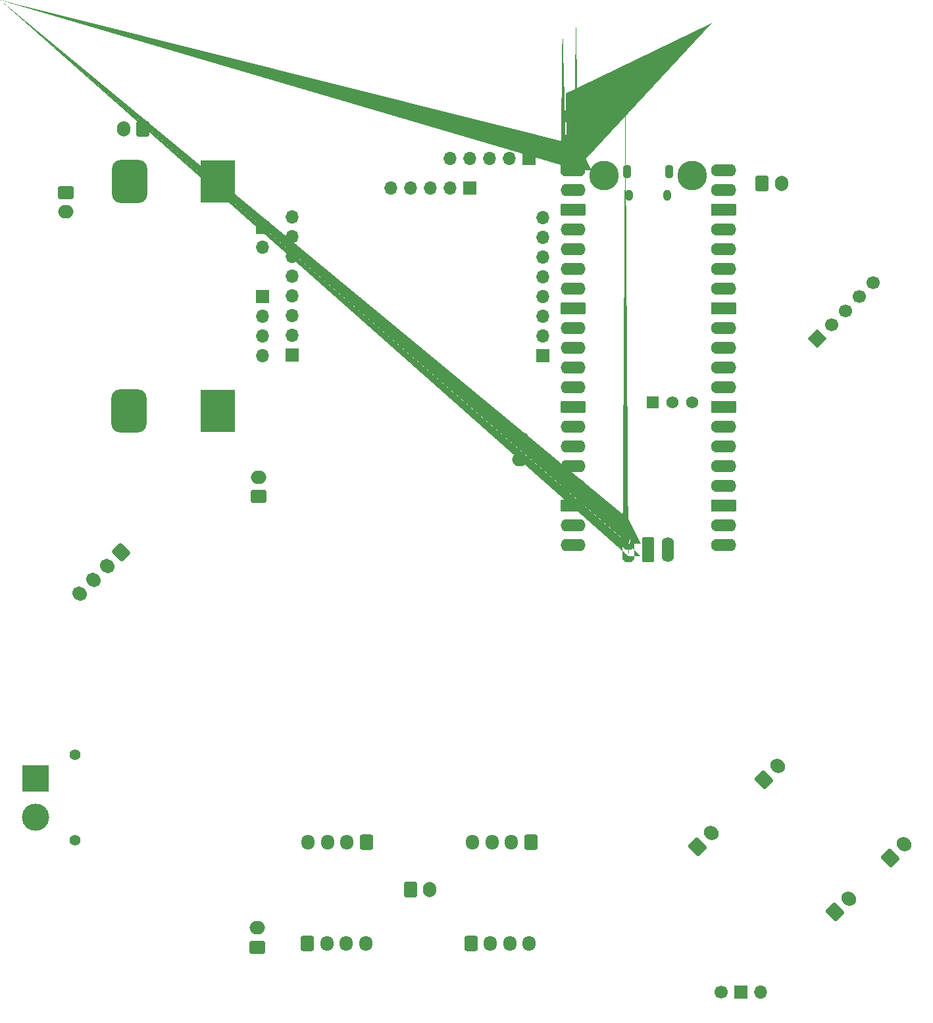
<source format=gts>
%TF.GenerationSoftware,KiCad,Pcbnew,7.0.10*%
%TF.CreationDate,2024-01-30T15:13:43+08:00*%
%TF.ProjectId,top-rounded,746f702d-726f-4756-9e64-65642e6b6963,rev?*%
%TF.SameCoordinates,Original*%
%TF.FileFunction,Soldermask,Top*%
%TF.FilePolarity,Negative*%
%FSLAX46Y46*%
G04 Gerber Fmt 4.6, Leading zero omitted, Abs format (unit mm)*
G04 Created by KiCad (PCBNEW 7.0.10) date 2024-01-30 15:13:43*
%MOMM*%
%LPD*%
G01*
G04 APERTURE LIST*
G04 Aperture macros list*
%AMRoundRect*
0 Rectangle with rounded corners*
0 $1 Rounding radius*
0 $2 $3 $4 $5 $6 $7 $8 $9 X,Y pos of 4 corners*
0 Add a 4 corners polygon primitive as box body*
4,1,4,$2,$3,$4,$5,$6,$7,$8,$9,$2,$3,0*
0 Add four circle primitives for the rounded corners*
1,1,$1+$1,$2,$3*
1,1,$1+$1,$4,$5*
1,1,$1+$1,$6,$7*
1,1,$1+$1,$8,$9*
0 Add four rect primitives between the rounded corners*
20,1,$1+$1,$2,$3,$4,$5,0*
20,1,$1+$1,$4,$5,$6,$7,0*
20,1,$1+$1,$6,$7,$8,$9,0*
20,1,$1+$1,$8,$9,$2,$3,0*%
%AMHorizOval*
0 Thick line with rounded ends*
0 $1 width*
0 $2 $3 position (X,Y) of the first rounded end (center of the circle)*
0 $4 $5 position (X,Y) of the second rounded end (center of the circle)*
0 Add line between two ends*
20,1,$1,$2,$3,$4,$5,0*
0 Add two circle primitives to create the rounded ends*
1,1,$1,$2,$3*
1,1,$1,$4,$5*%
%AMRotRect*
0 Rectangle, with rotation*
0 The origin of the aperture is its center*
0 $1 length*
0 $2 width*
0 $3 Rotation angle, in degrees counterclockwise*
0 Add horizontal line*
21,1,$1,$2,0,0,$3*%
%AMFreePoly0*
4,1,58,1.881242,0.792533,1.914585,0.788777,1.924216,0.782725,1.935306,0.780194,1.961541,0.759271,1.989950,0.741421,2.341421,0.389950,2.359271,0.361541,2.380194,0.335306,2.382725,0.324216,2.388777,0.314585,2.392533,0.281242,2.400000,0.248529,2.400000,-0.248529,2.392533,-0.281242,2.388777,-0.314585,2.382725,-0.324216,2.380194,-0.335306,2.359271,-0.361541,2.341421,-0.389950,
1.989950,-0.741421,1.961541,-0.759271,1.935306,-0.780194,1.924216,-0.782725,1.914585,-0.788777,1.881242,-0.792533,1.848529,-0.800000,0.000000,-0.800000,-0.248529,-0.800000,-0.281242,-0.792533,-0.314585,-0.788777,-0.324216,-0.782725,-0.335306,-0.780194,-0.361541,-0.759271,-0.389950,-0.741421,-0.741421,-0.389950,-0.759271,-0.361541,-0.780194,-0.335306,-0.782725,-0.324216,-0.788777,-0.314585,
-0.792533,-0.281242,-0.800000,-0.248529,-0.800000,0.248529,-0.792533,0.281242,-0.788777,0.314585,-0.782725,0.324216,-0.780194,0.335306,-0.759271,0.361541,-0.741421,0.389950,-0.389950,0.741421,-0.361541,0.759271,-0.335306,0.780194,-0.324216,0.782725,-0.314585,0.788777,-0.281242,0.792533,-0.248529,0.800000,1.848529,0.800000,1.881242,0.792533,1.881242,0.792533,$1*%
%AMFreePoly1*
4,1,58,0.281242,0.792533,0.314585,0.788777,0.324216,0.782725,0.335306,0.780194,0.361541,0.759271,0.389950,0.741421,0.741421,0.389950,0.759271,0.361541,0.780194,0.335306,0.782725,0.324216,0.788777,0.314585,0.792533,0.281242,0.800000,0.248529,0.800000,-0.248529,0.792533,-0.281242,0.788777,-0.314585,0.782725,-0.324216,0.780194,-0.335306,0.759271,-0.361541,0.741421,-0.389950,
0.389950,-0.741421,0.361541,-0.759271,0.335306,-0.780194,0.324216,-0.782725,0.314585,-0.788777,0.281242,-0.792533,0.248529,-0.800000,0.000000,-0.800000,-0.248529,-0.800000,-0.281242,-0.792533,-0.314585,-0.788777,-0.324216,-0.782725,-0.335306,-0.780194,-0.361541,-0.759271,-0.389950,-0.741421,-0.741421,-0.389950,-0.759271,-0.361541,-0.780194,-0.335306,-0.782725,-0.324216,-0.788777,-0.314585,
-0.792533,-0.281242,-0.800000,-0.248529,-0.800000,0.248529,-0.792533,0.281242,-0.788777,0.314585,-0.782725,0.324216,-0.780194,0.335306,-0.759271,0.361541,-0.741421,0.389950,-0.389950,0.741421,-0.361541,0.759271,-0.335306,0.780194,-0.324216,0.782725,-0.314585,0.788777,-0.281242,0.792533,-0.248529,0.800000,0.248529,0.800000,0.281242,0.792533,0.281242,0.792533,$1*%
%AMFreePoly2*
4,1,58,0.281242,2.392533,0.314585,2.388777,0.324216,2.382725,0.335306,2.380194,0.361541,2.359271,0.389950,2.341421,0.741421,1.989950,0.759271,1.961541,0.780194,1.935306,0.782725,1.924216,0.788777,1.914585,0.792533,1.881242,0.800000,1.848529,0.800000,-0.248529,0.792533,-0.281242,0.788777,-0.314585,0.782725,-0.324216,0.780194,-0.335306,0.759271,-0.361541,0.741421,-0.389950,
0.389950,-0.741421,0.361541,-0.759271,0.335306,-0.780194,0.324216,-0.782725,0.314585,-0.788777,0.281242,-0.792533,0.248529,-0.800000,0.000000,-0.800000,-0.248529,-0.800000,-0.281242,-0.792533,-0.314585,-0.788777,-0.324216,-0.782725,-0.335306,-0.780194,-0.361541,-0.759271,-0.389950,-0.741421,-0.741421,-0.389950,-0.759271,-0.361541,-0.780194,-0.335306,-0.782725,-0.324216,-0.788777,-0.314585,
-0.792533,-0.281242,-0.800000,-0.248529,-0.800000,1.848529,-0.792533,1.881242,-0.788777,1.914585,-0.782725,1.924216,-0.780194,1.935306,-0.759271,1.961541,-0.741421,1.989950,-0.389950,2.341421,-0.361541,2.359271,-0.335306,2.380194,-0.324216,2.382725,-0.314585,2.388777,-0.281242,2.392533,-0.248529,2.400000,0.248529,2.400000,0.281242,2.392533,0.281242,2.392533,$1*%
G04 Aperture macros list end*
%ADD10R,1.700000X1.700000*%
%ADD11O,1.700000X1.700000*%
%ADD12RoundRect,0.250000X0.106066X-0.954594X0.954594X-0.106066X-0.106066X0.954594X-0.954594X0.106066X0*%
%ADD13HorizOval,1.700000X-0.106066X0.106066X0.106066X-0.106066X0*%
%ADD14RoundRect,0.250000X0.600000X0.725000X-0.600000X0.725000X-0.600000X-0.725000X0.600000X-0.725000X0*%
%ADD15O,1.700000X1.950000*%
%ADD16RoundRect,0.250000X-0.600000X-0.750000X0.600000X-0.750000X0.600000X0.750000X-0.600000X0.750000X0*%
%ADD17O,1.700000X2.000000*%
%ADD18RoundRect,0.250000X-0.750000X0.600000X-0.750000X-0.600000X0.750000X-0.600000X0.750000X0.600000X0*%
%ADD19O,2.000000X1.700000*%
%ADD20C,1.700000*%
%ADD21C,1.400000*%
%ADD22R,3.500000X3.500000*%
%ADD23C,3.500000*%
%ADD24RotRect,1.700000X1.700000X135.000000*%
%ADD25HorizOval,1.700000X0.000000X0.000000X0.000000X0.000000X0*%
%ADD26RoundRect,0.250000X0.600000X0.750000X-0.600000X0.750000X-0.600000X-0.750000X0.600000X-0.750000X0*%
%ADD27C,3.800000*%
%ADD28O,1.100000X1.800000*%
%ADD29O,1.050000X1.450000*%
%ADD30FreePoly0,0.000000*%
%ADD31FreePoly1,0.000000*%
%ADD32O,3.200000X1.600000*%
%ADD33C,1.600000*%
%ADD34RoundRect,0.200000X-1.400000X-0.600000X1.400000X-0.600000X1.400000X0.600000X-1.400000X0.600000X0*%
%ADD35RoundRect,0.200000X-0.600000X-0.600000X0.600000X-0.600000X0.600000X0.600000X-0.600000X0.600000X0*%
%ADD36FreePoly2,0.000000*%
%ADD37R,1.574800X1.574800*%
%ADD38RoundRect,0.200000X-0.600000X-1.400000X0.600000X-1.400000X0.600000X1.400000X-0.600000X1.400000X0*%
%ADD39C,1.574800*%
%ADD40O,1.600000X3.200000*%
%ADD41R,4.528000X5.544000*%
%ADD42RoundRect,1.132000X-1.132000X-1.640000X1.132000X-1.640000X1.132000X1.640000X-1.132000X1.640000X0*%
%ADD43RoundRect,0.250000X0.750000X-0.600000X0.750000X0.600000X-0.750000X0.600000X-0.750000X-0.600000X0*%
%ADD44RoundRect,0.250000X-0.600000X-0.725000X0.600000X-0.725000X0.600000X0.725000X-0.600000X0.725000X0*%
%ADD45RoundRect,0.250000X-0.088388X0.936916X-0.936916X0.088388X0.088388X-0.936916X0.936916X-0.088388X0*%
%ADD46HorizOval,1.700000X-0.088388X0.088388X0.088388X-0.088388X0*%
G04 APERTURE END LIST*
D10*
%TO.C,U2_R1*%
X83820000Y-83058000D03*
D11*
X83820000Y-80518000D03*
X83820000Y-77978000D03*
X83820000Y-75438000D03*
X83820000Y-72898000D03*
X83820000Y-70358000D03*
X83820000Y-67818000D03*
X83820000Y-65278000D03*
%TD*%
D12*
%TO.C,P6*%
X136027233Y-146420767D03*
D13*
X137795000Y-144653000D03*
%TD*%
D14*
%TO.C,M1*%
X114554000Y-145796000D03*
D15*
X112054000Y-145796000D03*
X109554000Y-145796000D03*
X107054000Y-145796000D03*
%TD*%
D16*
%TO.C,J5*%
X144312000Y-60960000D03*
D17*
X146812000Y-60960000D03*
%TD*%
D12*
%TO.C,P7*%
X144536233Y-137784767D03*
D13*
X146304000Y-136017000D03*
%TD*%
D18*
%TO.C,P5*%
X54754000Y-62123000D03*
D19*
X54754000Y-64623000D03*
%TD*%
D20*
%TO.C,J3*%
X139065000Y-165100000D03*
D10*
X141605000Y-165100000D03*
D11*
X144145000Y-165100000D03*
%TD*%
D10*
%TO.C,J1*%
X114300000Y-57785000D03*
D11*
X111760000Y-57785000D03*
X109220000Y-57785000D03*
X106680000Y-57785000D03*
X104140000Y-57785000D03*
%TD*%
D21*
%TO.C,P1*%
X55873000Y-134581000D03*
X55873000Y-145581000D03*
D22*
X50873000Y-137581000D03*
D23*
X50873000Y-142581000D03*
%TD*%
D10*
%TO.C,J8*%
X106680000Y-61595000D03*
D11*
X104140000Y-61595000D03*
X101600000Y-61595000D03*
X99060000Y-61595000D03*
X96520000Y-61595000D03*
%TD*%
D24*
%TO.C,J2*%
X151456846Y-80953154D03*
D25*
X153252897Y-79157103D03*
X155048948Y-77361052D03*
X156845000Y-75565000D03*
X158641051Y-73768949D03*
%TD*%
D10*
%TO.C,U2_L1*%
X116078000Y-83185000D03*
D11*
X116078000Y-80645000D03*
X116078000Y-78105000D03*
X116078000Y-75565000D03*
X116078000Y-73025000D03*
X116078000Y-70485000D03*
X116078000Y-67945000D03*
X116078000Y-65405000D03*
%TD*%
D12*
%TO.C,J7*%
X160792233Y-147817767D03*
D13*
X162560000Y-146050000D03*
%TD*%
D10*
%TO.C,J9*%
X80010000Y-75565000D03*
D11*
X80010000Y-78105000D03*
X80010000Y-80645000D03*
X80010000Y-83185000D03*
%TD*%
D12*
%TO.C,J6*%
X153684886Y-154817653D03*
D13*
X155452653Y-153049886D03*
%TD*%
D26*
%TO.C,P4*%
X64643000Y-53975000D03*
D17*
X62143000Y-53975000D03*
%TD*%
D14*
%TO.C,M4*%
X93412000Y-145813000D03*
D15*
X90912000Y-145813000D03*
X88412000Y-145813000D03*
X85912000Y-145813000D03*
%TD*%
D10*
%TO.C,J10*%
X80010000Y-66675000D03*
D11*
X80010000Y-69215000D03*
%TD*%
D16*
%TO.C,P3*%
X99080000Y-151875000D03*
D17*
X101580000Y-151875000D03*
%TD*%
D27*
%TO.C,U1*%
X123967000Y-59939000D03*
D28*
X126942000Y-59439000D03*
D29*
X127242000Y-62469000D03*
X132092000Y-62469000D03*
D28*
X132392000Y-59439000D03*
D27*
X135367000Y-59939000D03*
D30*
X119177000Y-59309000D03*
D31*
X120777000Y-59309000D03*
D32*
X119977000Y-61849000D03*
D33*
X120777000Y-61849000D03*
D34*
X119977000Y-64389000D03*
D35*
X120777000Y-64389000D03*
D32*
X119977000Y-66929000D03*
D33*
X120777000Y-66929000D03*
D32*
X119977000Y-69469000D03*
D33*
X120777000Y-69469000D03*
D32*
X119977000Y-72009000D03*
D33*
X120777000Y-72009000D03*
D32*
X119977000Y-74549000D03*
D33*
X120777000Y-74549000D03*
D34*
X119977000Y-77089000D03*
D35*
X120777000Y-77089000D03*
D32*
X119977000Y-79629000D03*
D33*
X120777000Y-79629000D03*
D32*
X119977000Y-82169000D03*
D33*
X120777000Y-82169000D03*
D32*
X119977000Y-84709000D03*
D33*
X120777000Y-84709000D03*
D32*
X119977000Y-87249000D03*
D33*
X120777000Y-87249000D03*
D34*
X119977000Y-89789000D03*
D35*
X120777000Y-89789000D03*
D32*
X119977000Y-92329000D03*
D33*
X120777000Y-92329000D03*
D32*
X119977000Y-94869000D03*
D33*
X120777000Y-94869000D03*
D32*
X119977000Y-97409000D03*
D33*
X120777000Y-97409000D03*
D32*
X119977000Y-99949000D03*
D33*
X120777000Y-99949000D03*
D34*
X119977000Y-102489000D03*
D35*
X120777000Y-102489000D03*
D32*
X119977000Y-105029000D03*
D33*
X120777000Y-105029000D03*
D32*
X119977000Y-107569000D03*
D33*
X120777000Y-107569000D03*
X138557000Y-107569000D03*
D32*
X139357000Y-107569000D03*
D33*
X138557000Y-105029000D03*
D32*
X139357000Y-105029000D03*
D35*
X138557000Y-102489000D03*
D34*
X139357000Y-102489000D03*
D33*
X138557000Y-99949000D03*
D32*
X139357000Y-99949000D03*
D33*
X138557000Y-97409000D03*
D32*
X139357000Y-97409000D03*
D33*
X138557000Y-94869000D03*
D32*
X139357000Y-94869000D03*
D33*
X138557000Y-92329000D03*
D32*
X139357000Y-92329000D03*
D35*
X138557000Y-89789000D03*
D34*
X139357000Y-89789000D03*
D33*
X138557000Y-87249000D03*
D32*
X139357000Y-87249000D03*
D33*
X138557000Y-84709000D03*
D32*
X139357000Y-84709000D03*
D33*
X138557000Y-82169000D03*
D32*
X139357000Y-82169000D03*
D33*
X138557000Y-79629000D03*
D32*
X139357000Y-79629000D03*
D35*
X138557000Y-77089000D03*
D34*
X139357000Y-77089000D03*
D33*
X138557000Y-74549000D03*
D32*
X139357000Y-74549000D03*
D33*
X138557000Y-72009000D03*
D32*
X139357000Y-72009000D03*
D33*
X138557000Y-69469000D03*
D32*
X139357000Y-69469000D03*
D33*
X138557000Y-66929000D03*
D32*
X139357000Y-66929000D03*
D35*
X138557000Y-64389000D03*
D34*
X139357000Y-64389000D03*
D33*
X138557000Y-61849000D03*
D32*
X139357000Y-61849000D03*
D33*
X138557000Y-59309000D03*
D32*
X139357000Y-59309000D03*
D31*
X127127000Y-107339000D03*
D36*
X127127000Y-108939000D03*
D37*
X130251200Y-89139000D03*
D35*
X129667000Y-107339000D03*
D38*
X129667000Y-108139000D03*
D39*
X132791200Y-89139000D03*
D33*
X132207000Y-107339000D03*
D40*
X132207000Y-108139000D03*
D39*
X135331200Y-89139000D03*
%TD*%
D41*
%TO.C,U3*%
X74315270Y-60717708D03*
D10*
X75585270Y-62495708D03*
X73045270Y-62495708D03*
X75585270Y-88495708D03*
X73045270Y-88495708D03*
D41*
X74315270Y-90295708D03*
D20*
X64155270Y-88495708D03*
X61615270Y-88495708D03*
D42*
X62885270Y-90295708D03*
X62907270Y-60695708D03*
D20*
X64155270Y-62495708D03*
X61615270Y-62495708D03*
%TD*%
D43*
%TO.C,P2*%
X79375000Y-159345000D03*
D19*
X79375000Y-156845000D03*
%TD*%
D44*
%TO.C,M2*%
X106847000Y-158877000D03*
D15*
X109347000Y-158877000D03*
X111847000Y-158877000D03*
X114347000Y-158877000D03*
%TD*%
D43*
%TO.C,SW1*%
X79502000Y-101306000D03*
D19*
X79502000Y-98806000D03*
%TD*%
D44*
%TO.C,M3*%
X85805000Y-158877000D03*
D15*
X88305000Y-158877000D03*
X90805000Y-158877000D03*
X93305000Y-158877000D03*
%TD*%
D45*
%TO.C,P8*%
X61849000Y-108458000D03*
D46*
X60081233Y-110225767D03*
X58313466Y-111993534D03*
X56545699Y-113761301D03*
%TD*%
D18*
%TO.C,J4*%
X113140000Y-94000000D03*
D19*
X113140000Y-96500000D03*
%TD*%
M02*

</source>
